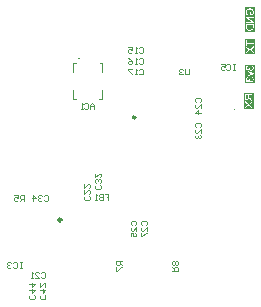
<source format=gbo>
G04*
G04 #@! TF.GenerationSoftware,Altium Limited,Altium Designer,22.10.1 (41)*
G04*
G04 Layer_Color=32896*
%FSLAX44Y44*%
%MOMM*%
G71*
G04*
G04 #@! TF.SameCoordinates,4435170C-8FAF-4430-8920-974BABAA59A2*
G04*
G04*
G04 #@! TF.FilePolarity,Positive*
G04*
G01*
G75*
%ADD10C,0.1000*%
%ADD12C,0.2500*%
G36*
X942699Y802575D02*
Y789425D01*
X934301D01*
Y802575D01*
X942699D01*
D02*
G37*
G36*
X941699Y743175D02*
X933301D01*
Y756825D01*
X941699D01*
Y743175D01*
D02*
G37*
G36*
X942810Y808542D02*
X934190D01*
Y829458D01*
X942810D01*
Y808542D01*
D02*
G37*
G36*
X942768Y780819D02*
Y765181D01*
X934232D01*
Y780819D01*
X942768D01*
D02*
G37*
%LPC*%
G36*
X941699Y801575D02*
Y799467D01*
X936059D01*
Y801575D01*
X941699D01*
X935301D01*
Y796508D01*
X936059D01*
Y798616D01*
X941699D01*
Y801575D01*
D02*
G37*
G36*
Y796287D02*
X938389Y793818D01*
X935301Y796000D01*
Y796287D01*
Y790425D01*
D01*
Y790601D01*
X938343Y792820D01*
X941699Y790425D01*
Y791470D01*
X939425Y793088D01*
X939415Y793097D01*
X939388Y793115D01*
X939351Y793134D01*
X939304Y793171D01*
X939175Y793254D01*
X939036Y793346D01*
X939045Y793356D01*
X939082Y793383D01*
X939138Y793420D01*
X939212Y793467D01*
X939360Y793568D01*
X939425Y793615D01*
X939480Y793652D01*
X941699Y795270D01*
Y796287D01*
D02*
G37*
%LPD*%
G36*
X936947Y793827D02*
X936956D01*
X936965Y793809D01*
X936993Y793790D01*
X937030Y793763D01*
X937122Y793707D01*
X937233Y793624D01*
X937363Y793541D01*
X937492Y793457D01*
X937612Y793383D01*
X937723Y793319D01*
X937705Y793310D01*
X937668Y793282D01*
X937594Y793236D01*
X937501Y793171D01*
X937400Y793097D01*
X937270Y793005D01*
X937141Y792912D01*
X937002Y792801D01*
X935301Y791525D01*
Y794992D01*
X936947Y793827D01*
D02*
G37*
%LPC*%
G36*
X940699Y755825D02*
X934301D01*
Y750203D01*
Y752857D01*
X934310Y752783D01*
Y752700D01*
X934320Y752506D01*
X934347Y752302D01*
X934375Y752080D01*
X934421Y751877D01*
X934449Y751775D01*
X934477Y751692D01*
Y751683D01*
X934486Y751674D01*
X934514Y751618D01*
X934551Y751535D01*
X934615Y751433D01*
X934698Y751322D01*
X934809Y751202D01*
X934939Y751091D01*
X935087Y750980D01*
X935096D01*
X935105Y750971D01*
X935161Y750934D01*
X935253Y750897D01*
X935374Y750841D01*
X935512Y750795D01*
X935679Y750749D01*
X935854Y750721D01*
X936048Y750712D01*
X936058D01*
X936076D01*
X936113D01*
X936159Y750721D01*
X936224D01*
X936289Y750730D01*
X936446Y750767D01*
X936631Y750823D01*
X936825Y750897D01*
X937019Y751008D01*
X937112Y751082D01*
X937204Y751156D01*
X937213Y751165D01*
X937223Y751174D01*
X937250Y751202D01*
X937278Y751239D01*
X937315Y751285D01*
X937352Y751341D01*
X937398Y751415D01*
X937454Y751489D01*
X937500Y751581D01*
X937546Y751683D01*
X937602Y751794D01*
X937648Y751914D01*
X937685Y752053D01*
X937731Y752191D01*
X937759Y752348D01*
X937787Y752515D01*
X937796Y752496D01*
X937814Y752459D01*
X937851Y752404D01*
X937888Y752330D01*
X937990Y752163D01*
X938055Y752080D01*
X938110Y752006D01*
X938129Y751988D01*
X938175Y751942D01*
X938249Y751868D01*
X938341Y751775D01*
X938471Y751674D01*
X938609Y751553D01*
X938776Y751433D01*
X938961Y751304D01*
X940699Y750203D01*
Y751257D01*
X939368Y752099D01*
X939358D01*
X939340Y752117D01*
X939312Y752136D01*
X939275Y752163D01*
X939173Y752228D01*
X939044Y752311D01*
X938905Y752413D01*
X938757Y752515D01*
X938619Y752617D01*
X938489Y752709D01*
X938480Y752718D01*
X938443Y752746D01*
X938388Y752792D01*
X938323Y752857D01*
X938184Y752996D01*
X938119Y753070D01*
X938064Y753143D01*
X938055Y753153D01*
X938045Y753171D01*
X938027Y753208D01*
X937999Y753264D01*
X937971Y753319D01*
X937944Y753384D01*
X937897Y753532D01*
Y753541D01*
X937888Y753560D01*
Y753597D01*
X937879Y753643D01*
X937870Y753708D01*
Y753782D01*
X937860Y753883D01*
Y754974D01*
X940699D01*
Y755825D01*
D02*
G37*
G36*
Y750037D02*
X934301D01*
Y744175D01*
D01*
Y744351D01*
X937343Y746570D01*
X940699Y744175D01*
Y745220D01*
X938425Y746838D01*
X938415Y746847D01*
X938388Y746866D01*
X938351Y746884D01*
X938304Y746921D01*
X938175Y747004D01*
X938036Y747097D01*
X938045Y747106D01*
X938082Y747134D01*
X938138Y747171D01*
X938212Y747217D01*
X938360Y747319D01*
X938425Y747365D01*
X938480Y747402D01*
X940699Y749020D01*
Y750037D01*
X937389Y747568D01*
X934301Y749750D01*
Y750037D01*
X940699D01*
D02*
G37*
%LPD*%
G36*
X937130Y753070D02*
X937121Y752959D01*
X937112Y752829D01*
X937102Y752681D01*
X937084Y752533D01*
X937056Y752385D01*
X937019Y752256D01*
X937010Y752237D01*
X936991Y752200D01*
X936964Y752145D01*
X936927Y752071D01*
X936871Y751988D01*
X936806Y751905D01*
X936723Y751821D01*
X936631Y751757D01*
X936622Y751747D01*
X936585Y751729D01*
X936529Y751701D01*
X936455Y751664D01*
X936372Y751637D01*
X936280Y751609D01*
X936169Y751590D01*
X936058Y751581D01*
X936048D01*
X936039D01*
X935984Y751590D01*
X935900Y751600D01*
X935789Y751618D01*
X935679Y751664D01*
X935549Y751720D01*
X935429Y751803D01*
X935309Y751914D01*
X935300Y751932D01*
X935263Y751979D01*
X935216Y752053D01*
X935161Y752173D01*
X935105Y752311D01*
X935059Y752496D01*
X935022Y752709D01*
X935013Y752959D01*
Y754974D01*
X937130D01*
Y753070D01*
D02*
G37*
G36*
X935947Y747578D02*
X935956D01*
X935965Y747559D01*
X935993Y747541D01*
X936030Y747513D01*
X936122Y747458D01*
X936233Y747374D01*
X936363Y747291D01*
X936492Y747208D01*
X936612Y747134D01*
X936723Y747069D01*
X936705Y747060D01*
X936668Y747032D01*
X936594Y746986D01*
X936501Y746921D01*
X936400Y746847D01*
X936270Y746755D01*
X936141Y746662D01*
X936002Y746551D01*
X934301Y745275D01*
Y748743D01*
X935947Y747578D01*
D02*
G37*
%LPC*%
G36*
X938537Y828458D02*
X935190D01*
Y822532D01*
Y825139D01*
X935199Y825084D01*
Y825010D01*
X935218Y824834D01*
X935246Y824640D01*
X935292Y824436D01*
X935347Y824214D01*
X935421Y824002D01*
Y823993D01*
X935430Y823974D01*
X935440Y823946D01*
X935458Y823909D01*
X935514Y823808D01*
X935578Y823678D01*
X935671Y823540D01*
X935782Y823392D01*
X935902Y823253D01*
X936050Y823123D01*
X936068Y823105D01*
X936124Y823068D01*
X936207Y823013D01*
X936327Y822939D01*
X936475Y822865D01*
X936660Y822781D01*
X936863Y822698D01*
X937095Y822634D01*
X937298Y823401D01*
X937289D01*
X937280Y823410D01*
X937252Y823419D01*
X937215Y823429D01*
X937132Y823456D01*
X937021Y823493D01*
X936891Y823549D01*
X936771Y823614D01*
X936642Y823678D01*
X936531Y823761D01*
X936521Y823771D01*
X936484Y823798D01*
X936438Y823854D01*
X936374Y823919D01*
X936300Y824002D01*
X936226Y824113D01*
X936152Y824233D01*
X936087Y824372D01*
X936078Y824390D01*
X936059Y824436D01*
X936031Y824520D01*
X935994Y824631D01*
X935967Y824760D01*
X935939Y824908D01*
X935920Y825074D01*
X935911Y825250D01*
Y825352D01*
X935920Y825398D01*
Y825453D01*
X935930Y825592D01*
X935957Y825749D01*
X935985Y825925D01*
X936031Y826091D01*
X936096Y826258D01*
X936105Y826276D01*
X936124Y826332D01*
X936170Y826406D01*
X936216Y826498D01*
X936290Y826609D01*
X936364Y826729D01*
X936457Y826840D01*
X936558Y826942D01*
X936568Y826951D01*
X936605Y826988D01*
X936669Y827034D01*
X936743Y827090D01*
X936836Y827155D01*
X936947Y827219D01*
X937067Y827284D01*
X937196Y827349D01*
X937206D01*
X937224Y827358D01*
X937252Y827367D01*
X937298Y827386D01*
X937354Y827404D01*
X937418Y827423D01*
X937492Y827450D01*
X937575Y827469D01*
X937770Y827515D01*
X937991Y827552D01*
X938223Y827580D01*
X938482Y827589D01*
X938491D01*
X938519D01*
X938565D01*
X938620Y827580D01*
X938694D01*
X938787Y827571D01*
X938879Y827561D01*
X938981Y827552D01*
X939212Y827515D01*
X939452Y827469D01*
X939693Y827395D01*
X939924Y827302D01*
X939933D01*
X939951Y827284D01*
X939979Y827275D01*
X940016Y827247D01*
X940118Y827182D01*
X940247Y827081D01*
X940386Y826960D01*
X940525Y826813D01*
X940654Y826637D01*
X940774Y826443D01*
Y826433D01*
X940784Y826415D01*
X940802Y826387D01*
X940821Y826341D01*
X940839Y826295D01*
X940858Y826230D01*
X940913Y826082D01*
X940959Y825897D01*
X941005Y825694D01*
X941042Y825472D01*
X941052Y825241D01*
Y825148D01*
X941042Y825093D01*
Y825037D01*
X941024Y824899D01*
X941005Y824732D01*
X940969Y824557D01*
X940913Y824362D01*
X940848Y824168D01*
Y824159D01*
X940839Y824140D01*
X940830Y824122D01*
X940811Y824085D01*
X940765Y823983D01*
X940710Y823872D01*
X940645Y823743D01*
X940571Y823604D01*
X940488Y823475D01*
X940395Y823364D01*
X939193D01*
Y825250D01*
X938435D01*
Y822532D01*
X940811D01*
X940821Y822541D01*
X940830Y822560D01*
X940858Y822597D01*
X940895Y822643D01*
X940932Y822698D01*
X940978Y822763D01*
X941033Y822846D01*
X941089Y822929D01*
X941209Y823123D01*
X941338Y823345D01*
X941459Y823577D01*
X941560Y823826D01*
Y823835D01*
X941570Y823854D01*
X941579Y823891D01*
X941597Y823937D01*
X941616Y824002D01*
X941644Y824076D01*
X941662Y824159D01*
X941681Y824242D01*
X941727Y824446D01*
X941773Y824677D01*
X941801Y824926D01*
X941810Y825185D01*
Y825278D01*
X941801Y825342D01*
Y825426D01*
X941791Y825527D01*
X941773Y825638D01*
X941764Y825759D01*
X941708Y826027D01*
X941644Y826313D01*
X941542Y826609D01*
X941486Y826757D01*
X941412Y826905D01*
X941403Y826914D01*
X941394Y826942D01*
X941366Y826979D01*
X941338Y827034D01*
X941292Y827099D01*
X941246Y827164D01*
X941116Y827339D01*
X940950Y827524D01*
X940747Y827719D01*
X940516Y827904D01*
X940247Y828070D01*
X940238D01*
X940210Y828088D01*
X940173Y828107D01*
X940109Y828135D01*
X940044Y828162D01*
X939951Y828190D01*
X939859Y828227D01*
X939748Y828264D01*
X939628Y828301D01*
X939489Y828338D01*
X939351Y828366D01*
X939203Y828393D01*
X938879Y828440D01*
X938537Y828458D01*
D02*
G37*
G36*
X941699Y821293D02*
X935301D01*
Y816254D01*
X941699D01*
Y817132D01*
X936679Y820479D01*
X941699D01*
Y821293D01*
D02*
G37*
G36*
Y814830D02*
X935301D01*
Y809542D01*
D01*
Y812371D01*
X935310Y812204D01*
X935320Y812020D01*
X935338Y811835D01*
X935366Y811650D01*
X935394Y811492D01*
Y811483D01*
X935403Y811465D01*
Y811437D01*
X935421Y811400D01*
X935449Y811298D01*
X935495Y811169D01*
X935560Y811021D01*
X935643Y810864D01*
X935735Y810707D01*
X935856Y810559D01*
X935865Y810549D01*
X935874Y810540D01*
X935902Y810512D01*
X935930Y810475D01*
X936022Y810383D01*
X936152Y810272D01*
X936309Y810152D01*
X936494Y810023D01*
X936706Y809902D01*
X936947Y809801D01*
X936956D01*
X936974Y809791D01*
X937011Y809773D01*
X937067Y809764D01*
X937132Y809736D01*
X937206Y809717D01*
X937289Y809699D01*
X937391Y809671D01*
X937492Y809643D01*
X937612Y809625D01*
X937871Y809579D01*
X938158Y809551D01*
X938472Y809542D01*
X938592D01*
X938657Y809551D01*
X938731D01*
X938907Y809560D01*
X939110Y809588D01*
X939323Y809616D01*
X939545Y809662D01*
X939767Y809717D01*
X939776D01*
X939794Y809727D01*
X939822Y809736D01*
X939859Y809745D01*
X939961Y809782D01*
X940090Y809838D01*
X940238Y809893D01*
X940386Y809967D01*
X940543Y810060D01*
X940691Y810152D01*
X940710Y810161D01*
X940756Y810198D01*
X940821Y810254D01*
X940904Y810328D01*
X940996Y810411D01*
X941089Y810512D01*
X941190Y810614D01*
X941274Y810734D01*
X941283Y810753D01*
X941311Y810790D01*
X941348Y810855D01*
X941394Y810947D01*
X941449Y811058D01*
X941496Y811187D01*
X941551Y811335D01*
X941597Y811502D01*
Y811520D01*
X941607Y811548D01*
X941616Y811576D01*
X941625Y811668D01*
X941644Y811798D01*
X941662Y811946D01*
X941681Y812121D01*
X941690Y812315D01*
X941699Y812528D01*
Y814830D01*
D02*
G37*
%LPD*%
G36*
X938380Y828449D02*
X938297D01*
X938195Y828440D01*
X938093Y828421D01*
X937973Y828412D01*
X937843Y828384D01*
X937705Y828366D01*
X937409Y828292D01*
X937104Y828199D01*
X936799Y828070D01*
X936789Y828061D01*
X936762Y828051D01*
X936725Y828033D01*
X936669Y827996D01*
X936595Y827959D01*
X936521Y827913D01*
X936346Y827783D01*
X936142Y827626D01*
X935948Y827432D01*
X935754Y827210D01*
X935671Y827081D01*
X935588Y826951D01*
X935578Y826942D01*
X935569Y826914D01*
X935551Y826877D01*
X935523Y826822D01*
X935495Y826748D01*
X935458Y826665D01*
X935421Y826572D01*
X935384Y826461D01*
X935347Y826341D01*
X935320Y826211D01*
X935283Y826073D01*
X935255Y825925D01*
X935209Y825601D01*
X935190Y825435D01*
Y828458D01*
X938445D01*
X938380Y828449D01*
D02*
G37*
G36*
X940331Y817068D02*
X935301D01*
Y820424D01*
X940331Y817068D01*
D02*
G37*
G36*
X940941Y812463D02*
X940932Y812399D01*
X940922Y812260D01*
X940913Y812103D01*
X940895Y811936D01*
X940867Y811770D01*
X940830Y811631D01*
X940821Y811613D01*
X940811Y811566D01*
X940784Y811502D01*
X940747Y811419D01*
X940691Y811326D01*
X940636Y811234D01*
X940571Y811141D01*
X940497Y811049D01*
X940479Y811040D01*
X940442Y811003D01*
X940377Y810947D01*
X940284Y810882D01*
X940164Y810808D01*
X940025Y810725D01*
X939868Y810651D01*
X939693Y810586D01*
X939683D01*
X939665Y810577D01*
X939637Y810568D01*
X939600Y810559D01*
X939554Y810549D01*
X939489Y810531D01*
X939425Y810512D01*
X939351Y810494D01*
X939166Y810466D01*
X938953Y810439D01*
X938713Y810420D01*
X938454Y810411D01*
X938445D01*
X938408D01*
X938361D01*
X938287Y810420D01*
X938204D01*
X938112Y810429D01*
X938001Y810439D01*
X937890Y810448D01*
X937640Y810494D01*
X937381Y810549D01*
X937141Y810633D01*
X937021Y810688D01*
X936919Y810744D01*
X936910D01*
X936891Y810762D01*
X936863Y810781D01*
X936826Y810799D01*
X936734Y810873D01*
X936623Y810965D01*
X936503Y811086D01*
X936383Y811224D01*
X936281Y811382D01*
X936198Y811548D01*
X936189Y811566D01*
X936179Y811613D01*
X936152Y811696D01*
X936124Y811816D01*
X936105Y811964D01*
X936078Y812149D01*
X936068Y812260D01*
Y812380D01*
X936059Y812500D01*
Y813980D01*
X940941D01*
Y812463D01*
D02*
G37*
%LPC*%
G36*
X939965Y779819D02*
D01*
X939864Y779033D01*
X939873D01*
X939891Y779024D01*
X939928Y779014D01*
X939975Y779005D01*
X940030Y778996D01*
X940095Y778977D01*
X940234Y778931D01*
X940400Y778866D01*
X940557Y778783D01*
X940705Y778691D01*
X940835Y778580D01*
X940844Y778561D01*
X940881Y778524D01*
X940927Y778450D01*
X940973Y778358D01*
X941029Y778247D01*
X941075Y778108D01*
X941112Y777951D01*
X941121Y777785D01*
Y777729D01*
X941112Y777692D01*
X941103Y777590D01*
X941075Y777461D01*
X941029Y777313D01*
X940964Y777156D01*
X940871Y776999D01*
X940742Y776851D01*
X940723Y776832D01*
X940668Y776786D01*
X940585Y776731D01*
X940474Y776657D01*
X940335Y776583D01*
X940178Y776527D01*
X939993Y776481D01*
X939790Y776462D01*
X939781D01*
X939762D01*
X939734D01*
X939697Y776472D01*
X939596Y776481D01*
X939475Y776509D01*
X939327Y776546D01*
X939180Y776610D01*
X939032Y776703D01*
X938893Y776823D01*
X938874Y776842D01*
X938837Y776888D01*
X938782Y776962D01*
X938717Y777064D01*
X938652Y777193D01*
X938597Y777350D01*
X938560Y777526D01*
X938542Y777720D01*
Y777803D01*
X938551Y777868D01*
X938560Y777951D01*
X938578Y778044D01*
X938597Y778155D01*
X938625Y778275D01*
X937931Y778182D01*
Y778136D01*
X937941Y778099D01*
Y777979D01*
X937922Y777877D01*
X937904Y777757D01*
X937876Y777618D01*
X937830Y777461D01*
X937765Y777313D01*
X937682Y777156D01*
Y777147D01*
X937673Y777137D01*
X937635Y777091D01*
X937571Y777027D01*
X937488Y776953D01*
X937367Y776879D01*
X937229Y776814D01*
X937072Y776768D01*
X936979Y776749D01*
X936877D01*
X936868D01*
X936859D01*
X936803D01*
X936729Y776768D01*
X936628Y776786D01*
X936517Y776823D01*
X936397Y776869D01*
X936276Y776943D01*
X936165Y777045D01*
X936156Y777054D01*
X936119Y777101D01*
X936073Y777165D01*
X936018Y777248D01*
X935971Y777359D01*
X935925Y777489D01*
X935888Y777637D01*
X935879Y777803D01*
Y777877D01*
X935897Y777960D01*
X935916Y778071D01*
X935953Y778191D01*
X935999Y778312D01*
X936073Y778441D01*
X936165Y778561D01*
X936175Y778570D01*
X936221Y778607D01*
X936286Y778663D01*
X936378Y778728D01*
X936498Y778792D01*
X936646Y778857D01*
X936822Y778913D01*
X937025Y778950D01*
X936887Y779735D01*
X936877D01*
X936850Y779726D01*
X936813Y779717D01*
X936757Y779708D01*
X936692Y779689D01*
X936618Y779661D01*
X936443Y779606D01*
X936239Y779514D01*
X936036Y779403D01*
X935842Y779264D01*
X935666Y779088D01*
X935657Y779079D01*
X935648Y779061D01*
X935629Y779033D01*
X935602Y778996D01*
X935564Y778950D01*
X935527Y778885D01*
X935490Y778820D01*
X935444Y778737D01*
X935370Y778552D01*
X935296Y778339D01*
X935250Y778090D01*
X935232Y777960D01*
Y779819D01*
X939965D01*
X935232D01*
Y775630D01*
Y777729D01*
X935241Y777627D01*
X935259Y777507D01*
X935287Y777359D01*
X935333Y777193D01*
X935389Y777027D01*
X935463Y776860D01*
Y776851D01*
X935472Y776842D01*
X935500Y776786D01*
X935555Y776703D01*
X935620Y776610D01*
X935712Y776499D01*
X935814Y776388D01*
X935934Y776278D01*
X936073Y776185D01*
X936092Y776176D01*
X936138Y776148D01*
X936221Y776111D01*
X936323Y776065D01*
X936443Y776019D01*
X936581Y775982D01*
X936739Y775954D01*
X936896Y775945D01*
X936914D01*
X936970D01*
X937044Y775954D01*
X937145Y775973D01*
X937266Y776000D01*
X937395Y776047D01*
X937524Y776102D01*
X937654Y776176D01*
X937673Y776185D01*
X937710Y776213D01*
X937774Y776268D01*
X937848Y776342D01*
X937931Y776435D01*
X938024Y776546D01*
X938107Y776675D01*
X938190Y776832D01*
Y776823D01*
X938199Y776805D01*
X938209Y776777D01*
X938218Y776740D01*
X938255Y776638D01*
X938310Y776509D01*
X938384Y776361D01*
X938477Y776213D01*
X938597Y776074D01*
X938736Y775945D01*
X938754Y775936D01*
X938810Y775899D01*
X938902Y775843D01*
X939022Y775788D01*
X939170Y775732D01*
X939346Y775677D01*
X939549Y775640D01*
X939771Y775630D01*
X939854D01*
X939910Y775640D01*
X939984Y775649D01*
X940067Y775667D01*
X940160Y775686D01*
X940261Y775704D01*
X940483Y775778D01*
X940603Y775834D01*
X940714Y775889D01*
X940835Y775963D01*
X940955Y776047D01*
X941075Y776139D01*
X941186Y776250D01*
X941195Y776259D01*
X941214Y776278D01*
X941241Y776315D01*
X941278Y776361D01*
X941324Y776416D01*
X941371Y776490D01*
X941426Y776573D01*
X941472Y776675D01*
X941528Y776777D01*
X941583Y776897D01*
X941630Y777017D01*
X941676Y777156D01*
X941713Y777304D01*
X941740Y777461D01*
X941759Y777618D01*
X941768Y777794D01*
Y777877D01*
X941759Y777933D01*
X941750Y778007D01*
X941740Y778090D01*
X941722Y778182D01*
X941704Y778284D01*
X941648Y778506D01*
X941556Y778737D01*
X941500Y778857D01*
X941435Y778968D01*
X941352Y779079D01*
X941269Y779190D01*
X941260Y779199D01*
X941241Y779218D01*
X941214Y779245D01*
X941177Y779273D01*
X941130Y779319D01*
X941066Y779366D01*
X941001Y779421D01*
X940918Y779477D01*
X940825Y779532D01*
X940733Y779587D01*
X940511Y779689D01*
X940252Y779772D01*
X940113Y779800D01*
X939965Y779819D01*
D02*
G37*
G36*
X941657Y775122D02*
X937016D01*
Y770860D01*
D01*
X941657Y772626D01*
Y773374D01*
X937016Y775122D01*
X941657D01*
D02*
G37*
G36*
X939965Y770370D02*
D01*
X939864Y769584D01*
X939873D01*
X939891Y769575D01*
X939928Y769565D01*
X939975Y769556D01*
X940030Y769547D01*
X940095Y769528D01*
X940234Y769482D01*
X940400Y769417D01*
X940557Y769334D01*
X940705Y769242D01*
X940835Y769131D01*
X940844Y769112D01*
X940881Y769075D01*
X940927Y769001D01*
X940973Y768909D01*
X941029Y768798D01*
X941075Y768659D01*
X941112Y768502D01*
X941121Y768336D01*
Y768280D01*
X941112Y768243D01*
X941103Y768141D01*
X941075Y768012D01*
X941029Y767864D01*
X940964Y767707D01*
X940871Y767550D01*
X940742Y767402D01*
X940723Y767383D01*
X940668Y767337D01*
X940585Y767282D01*
X940474Y767208D01*
X940335Y767134D01*
X940178Y767078D01*
X939993Y767032D01*
X939790Y767013D01*
X939781D01*
X939762D01*
X939734D01*
X939697Y767023D01*
X939596Y767032D01*
X939475Y767060D01*
X939327Y767097D01*
X939180Y767161D01*
X939032Y767254D01*
X938893Y767374D01*
X938874Y767393D01*
X938837Y767439D01*
X938782Y767513D01*
X938717Y767615D01*
X938652Y767744D01*
X938597Y767901D01*
X938560Y768077D01*
X938542Y768271D01*
Y768354D01*
X938551Y768419D01*
X938560Y768502D01*
X938578Y768595D01*
X938597Y768705D01*
X938625Y768826D01*
X937931Y768733D01*
Y768687D01*
X937941Y768650D01*
Y768530D01*
X937922Y768428D01*
X937904Y768308D01*
X937876Y768169D01*
X937830Y768012D01*
X937765Y767864D01*
X937682Y767707D01*
Y767698D01*
X937673Y767688D01*
X937635Y767642D01*
X937571Y767578D01*
X937488Y767504D01*
X937367Y767430D01*
X937229Y767365D01*
X937072Y767319D01*
X936979Y767300D01*
X936877D01*
X936868D01*
X936859D01*
X936803D01*
X936729Y767319D01*
X936628Y767337D01*
X936517Y767374D01*
X936397Y767420D01*
X936276Y767494D01*
X936165Y767596D01*
X936156Y767605D01*
X936119Y767651D01*
X936073Y767716D01*
X936018Y767799D01*
X935971Y767910D01*
X935925Y768040D01*
X935888Y768188D01*
X935879Y768354D01*
Y768428D01*
X935897Y768511D01*
X935916Y768622D01*
X935953Y768742D01*
X935999Y768863D01*
X936073Y768992D01*
X936165Y769112D01*
X936175Y769121D01*
X936221Y769158D01*
X936286Y769214D01*
X936378Y769279D01*
X936498Y769343D01*
X936646Y769408D01*
X936822Y769464D01*
X937025Y769501D01*
X936887Y770286D01*
X936877D01*
X936850Y770277D01*
X936813Y770268D01*
X936757Y770259D01*
X936692Y770240D01*
X936618Y770212D01*
X936443Y770157D01*
X936239Y770065D01*
X936036Y769954D01*
X935842Y769815D01*
X935666Y769639D01*
X935657Y769630D01*
X935648Y769612D01*
X935629Y769584D01*
X935602Y769547D01*
X935564Y769501D01*
X935527Y769436D01*
X935490Y769371D01*
X935444Y769288D01*
X935370Y769103D01*
X935296Y768890D01*
X935250Y768641D01*
X935232Y768511D01*
Y768530D01*
Y766181D01*
Y768280D01*
X935241Y768178D01*
X935259Y768058D01*
X935287Y767910D01*
X935333Y767744D01*
X935389Y767578D01*
X935463Y767411D01*
Y767402D01*
X935472Y767393D01*
X935500Y767337D01*
X935555Y767254D01*
X935620Y767161D01*
X935712Y767050D01*
X935814Y766939D01*
X935934Y766829D01*
X936073Y766736D01*
X936092Y766727D01*
X936138Y766699D01*
X936221Y766662D01*
X936323Y766616D01*
X936443Y766570D01*
X936581Y766533D01*
X936739Y766505D01*
X936896Y766496D01*
X936914D01*
X936970D01*
X937044Y766505D01*
X937145Y766524D01*
X937266Y766551D01*
X937395Y766598D01*
X937524Y766653D01*
X937654Y766727D01*
X937673Y766736D01*
X937710Y766764D01*
X937774Y766819D01*
X937848Y766893D01*
X937931Y766986D01*
X938024Y767097D01*
X938107Y767226D01*
X938190Y767383D01*
Y767374D01*
X938199Y767356D01*
X938209Y767328D01*
X938218Y767291D01*
X938255Y767189D01*
X938310Y767060D01*
X938384Y766912D01*
X938477Y766764D01*
X938597Y766625D01*
X938736Y766496D01*
X938754Y766487D01*
X938810Y766450D01*
X938902Y766394D01*
X939022Y766339D01*
X939170Y766283D01*
X939346Y766228D01*
X939549Y766191D01*
X939771Y766181D01*
X939854D01*
X939910Y766191D01*
X939984Y766200D01*
X940067Y766218D01*
X940160Y766237D01*
X940261Y766255D01*
X940483Y766329D01*
X940603Y766385D01*
X940714Y766440D01*
X940835Y766514D01*
X940955Y766598D01*
X941075Y766690D01*
X941186Y766801D01*
X941195Y766810D01*
X941214Y766829D01*
X941241Y766866D01*
X941278Y766912D01*
X941324Y766967D01*
X941371Y767041D01*
X941426Y767124D01*
X941472Y767226D01*
X941528Y767328D01*
X941583Y767448D01*
X941630Y767568D01*
X941676Y767707D01*
X941713Y767855D01*
X941740Y768012D01*
X941759Y768169D01*
X941768Y768345D01*
Y768040D01*
Y768345D01*
Y768428D01*
X941759Y768484D01*
X941750Y768558D01*
X941740Y768641D01*
X941722Y768733D01*
X941704Y768835D01*
X941648Y769057D01*
X941556Y769288D01*
X941500Y769408D01*
X941435Y769519D01*
X941352Y769630D01*
X941269Y769741D01*
X941260Y769750D01*
X941241Y769769D01*
X941214Y769796D01*
X941177Y769824D01*
X941130Y769870D01*
X941066Y769917D01*
X941001Y769972D01*
X940918Y770028D01*
X940825Y770083D01*
X940733Y770138D01*
X940511Y770240D01*
X940252Y770323D01*
X940113Y770351D01*
X939965Y770370D01*
D02*
G37*
%LPD*%
G36*
X939799Y773291D02*
X939808D01*
X939817Y773282D01*
X939845Y773273D01*
X939873Y773263D01*
X939965Y773236D01*
X940086Y773199D01*
X940224Y773153D01*
X940381Y773097D01*
X940557Y773051D01*
X940733Y772995D01*
X940714Y772986D01*
X940668Y772977D01*
X940594Y772949D01*
X940483Y772921D01*
X940363Y772875D01*
X940206Y772829D01*
X940039Y772764D01*
X939854Y772700D01*
X937016Y771673D01*
Y774290D01*
X939799Y773291D01*
D02*
G37*
D10*
X793000Y786000D02*
G03*
X794000Y786000I500J0D01*
G01*
D02*
G03*
X793000Y786000I-500J0D01*
G01*
X925000Y743000D02*
G03*
X926000Y743000I500J0D01*
G01*
D02*
G03*
X925000Y743000I-500J0D01*
G01*
X811000Y752000D02*
X813500D01*
Y759000D01*
Y775000D02*
Y782000D01*
X812000D02*
X813500D01*
X788500Y752000D02*
X791000D01*
X788500D02*
Y759000D01*
Y775000D02*
Y782000D01*
X791000D01*
X926248Y781499D02*
X924582D01*
X925415D01*
Y776501D01*
X926248D01*
X924582D01*
X918750Y780666D02*
X919584Y781499D01*
X921250D01*
X922083Y780666D01*
Y777334D01*
X921250Y776501D01*
X919584D01*
X918750Y777334D01*
X913752Y781499D02*
X917084D01*
Y779000D01*
X915418Y779833D01*
X914585D01*
X913752Y779000D01*
Y777334D01*
X914585Y776501D01*
X916251D01*
X917084Y777334D01*
X886665Y777499D02*
Y773334D01*
X885832Y772501D01*
X884166D01*
X883333Y773334D01*
Y777499D01*
X881667Y776666D02*
X880834Y777499D01*
X879168D01*
X878335Y776666D01*
Y775833D01*
X879168Y775000D01*
X880001D01*
X879168D01*
X878335Y774167D01*
Y773334D01*
X879168Y772501D01*
X880834D01*
X881667Y773334D01*
X872501Y605835D02*
X877499D01*
Y608334D01*
X876666Y609167D01*
X875000D01*
X874167Y608334D01*
Y605835D01*
Y607501D02*
X872501Y609167D01*
X876666Y610833D02*
X877499Y611666D01*
Y613332D01*
X876666Y614165D01*
X875833D01*
X875000Y613332D01*
X874167Y614165D01*
X873334D01*
X872501Y613332D01*
Y611666D01*
X873334Y610833D01*
X874167D01*
X875000Y611666D01*
X875833Y610833D01*
X876666D01*
X875000Y611666D02*
Y613332D01*
X829999Y614165D02*
X825001D01*
Y611666D01*
X825834Y610833D01*
X827500D01*
X828333Y611666D01*
Y614165D01*
Y612499D02*
X829999Y610833D01*
X825001Y609167D02*
Y605835D01*
X825834D01*
X829166Y609167D01*
X829999D01*
X747165Y665501D02*
Y670499D01*
X744666D01*
X743833Y669666D01*
Y668000D01*
X744666Y667167D01*
X747165D01*
X745499D02*
X743833Y665501D01*
X738835Y670499D02*
X742167D01*
Y668000D01*
X740501Y668833D01*
X739668D01*
X738835Y668000D01*
Y666334D01*
X739668Y665501D01*
X741334D01*
X742167Y666334D01*
X745248Y613499D02*
X743582D01*
X744415D01*
Y608501D01*
X745248D01*
X743582D01*
X737750Y612666D02*
X738584Y613499D01*
X740250D01*
X741083Y612666D01*
Y609334D01*
X740250Y608501D01*
X738584D01*
X737750Y609334D01*
X736084Y612666D02*
X735251Y613499D01*
X733585D01*
X732752Y612666D01*
Y611833D01*
X733585Y611000D01*
X734418D01*
X733585D01*
X732752Y610167D01*
Y609334D01*
X733585Y608501D01*
X735251D01*
X736084Y609334D01*
X815499Y671499D02*
X818831D01*
Y669000D01*
X817165D01*
X818831D01*
Y666501D01*
X813833Y671499D02*
Y666501D01*
X811334D01*
X810501Y667334D01*
Y668167D01*
X811334Y669000D01*
X813833D01*
X811334D01*
X810501Y669833D01*
Y670666D01*
X811334Y671499D01*
X813833D01*
X808835Y666501D02*
X807169D01*
X808002D01*
Y671499D01*
X808835Y670666D01*
X755666Y585668D02*
X756499Y584835D01*
Y583169D01*
X755666Y582336D01*
X752334D01*
X751501Y583169D01*
Y584835D01*
X752334Y585668D01*
X751501Y589833D02*
X756499D01*
X754000Y587334D01*
Y590666D01*
X751501Y594831D02*
X756499D01*
X754000Y592332D01*
Y595664D01*
X764666Y585668D02*
X765499Y584835D01*
Y583169D01*
X764666Y582336D01*
X761334D01*
X760501Y583169D01*
Y584835D01*
X761334Y585668D01*
X760501Y589833D02*
X765499D01*
X763000Y587334D01*
Y590666D01*
X760501Y595664D02*
Y592332D01*
X763833Y595664D01*
X764666D01*
X765499Y594831D01*
Y593165D01*
X764666Y592332D01*
X764332Y669666D02*
X765165Y670499D01*
X766831D01*
X767664Y669666D01*
Y666334D01*
X766831Y665501D01*
X765165D01*
X764332Y666334D01*
X762666Y669666D02*
X761833Y670499D01*
X760167D01*
X759334Y669666D01*
Y668833D01*
X760167Y668000D01*
X761000D01*
X760167D01*
X759334Y667167D01*
Y666334D01*
X760167Y665501D01*
X761833D01*
X762666Y666334D01*
X755169Y665501D02*
Y670499D01*
X757668Y668000D01*
X754335D01*
X811666Y678668D02*
X812499Y677835D01*
Y676169D01*
X811666Y675335D01*
X808334D01*
X807501Y676169D01*
Y677835D01*
X808334Y678668D01*
X811666Y680334D02*
X812499Y681167D01*
Y682833D01*
X811666Y683666D01*
X810833D01*
X810000Y682833D01*
Y682000D01*
Y682833D01*
X809167Y683666D01*
X808334D01*
X807501Y682833D01*
Y681167D01*
X808334Y680334D01*
X807501Y688664D02*
Y685332D01*
X810833Y688664D01*
X811666D01*
X812499Y687831D01*
Y686165D01*
X811666Y685332D01*
X847334Y645332D02*
X846501Y646165D01*
Y647831D01*
X847334Y648664D01*
X850666D01*
X851499Y647831D01*
Y646165D01*
X850666Y645332D01*
X851499Y640334D02*
Y643666D01*
X848167Y640334D01*
X847334D01*
X846501Y641167D01*
Y642833D01*
X847334Y643666D01*
X846501Y638668D02*
Y635336D01*
X847334D01*
X850666Y638668D01*
X851499D01*
X838334Y645332D02*
X837501Y646165D01*
Y647831D01*
X838334Y648664D01*
X841666D01*
X842499Y647831D01*
Y646165D01*
X841666Y645332D01*
X842499Y640334D02*
Y643666D01*
X839167Y640334D01*
X838334D01*
X837501Y641167D01*
Y642833D01*
X838334Y643666D01*
X837501Y635336D02*
Y638668D01*
X840000D01*
X839167Y637002D01*
Y636169D01*
X840000Y635336D01*
X841666D01*
X842499Y636169D01*
Y637835D01*
X841666Y638668D01*
X893334Y749332D02*
X892501Y750165D01*
Y751831D01*
X893334Y752664D01*
X896666D01*
X897499Y751831D01*
Y750165D01*
X896666Y749332D01*
X897499Y744334D02*
Y747666D01*
X894167Y744334D01*
X893334D01*
X892501Y745167D01*
Y746833D01*
X893334Y747666D01*
X897499Y740169D02*
X892501D01*
X895000Y742668D01*
Y739335D01*
X893334Y728332D02*
X892501Y729165D01*
Y730831D01*
X893334Y731664D01*
X896666D01*
X897499Y730831D01*
Y729165D01*
X896666Y728332D01*
X897499Y723334D02*
Y726666D01*
X894167Y723334D01*
X893334D01*
X892501Y724167D01*
Y725833D01*
X893334Y726666D01*
Y721668D02*
X892501Y720835D01*
Y719168D01*
X893334Y718335D01*
X894167D01*
X895000Y719168D01*
Y720002D01*
Y719168D01*
X895833Y718335D01*
X896666D01*
X897499Y719168D01*
Y720835D01*
X896666Y721668D01*
X802666Y669668D02*
X803499Y668835D01*
Y667169D01*
X802666Y666336D01*
X799334D01*
X798501Y667169D01*
Y668835D01*
X799334Y669668D01*
X798501Y674666D02*
Y671334D01*
X801833Y674666D01*
X802666D01*
X803499Y673833D01*
Y672167D01*
X802666Y671334D01*
X798501Y679665D02*
Y676332D01*
X801833Y679665D01*
X802666D01*
X803499Y678831D01*
Y677165D01*
X802666Y676332D01*
X761499Y604666D02*
X762332Y605499D01*
X763998D01*
X764831Y604666D01*
Y601334D01*
X763998Y600501D01*
X762332D01*
X761499Y601334D01*
X756501Y600501D02*
X759833D01*
X756501Y603833D01*
Y604666D01*
X757334Y605499D01*
X759000D01*
X759833Y604666D01*
X754835Y600501D02*
X753169D01*
X754002D01*
Y605499D01*
X754835Y604666D01*
X844916Y776666D02*
X845749Y777499D01*
X847415D01*
X848248Y776666D01*
Y773334D01*
X847415Y772501D01*
X845749D01*
X844916Y773334D01*
X843250Y772501D02*
X841583D01*
X842417D01*
Y777499D01*
X843250Y776666D01*
X839084Y777499D02*
X835752D01*
Y776666D01*
X839084Y773334D01*
Y772501D01*
X844916Y785666D02*
X845749Y786499D01*
X847415D01*
X848248Y785666D01*
Y782334D01*
X847415Y781501D01*
X845749D01*
X844916Y782334D01*
X843250Y781501D02*
X841583D01*
X842417D01*
Y786499D01*
X843250Y785666D01*
X835752Y786499D02*
X837418Y785666D01*
X839084Y784000D01*
Y782334D01*
X838251Y781501D01*
X836585D01*
X835752Y782334D01*
Y783167D01*
X836585Y784000D01*
X839084D01*
X844916Y794666D02*
X845749Y795499D01*
X847415D01*
X848248Y794666D01*
Y791334D01*
X847415Y790501D01*
X845749D01*
X844916Y791334D01*
X843250Y790501D02*
X841583D01*
X842417D01*
Y795499D01*
X843250Y794666D01*
X835752Y795499D02*
X839084D01*
Y793000D01*
X837418Y793833D01*
X836585D01*
X835752Y793000D01*
Y791334D01*
X836585Y790501D01*
X838251D01*
X839084Y791334D01*
X806831Y743501D02*
Y746833D01*
X805165Y748499D01*
X803499Y746833D01*
Y743501D01*
Y746000D01*
X806831D01*
X798501Y747666D02*
X799334Y748499D01*
X801000D01*
X801833Y747666D01*
Y744334D01*
X801000Y743501D01*
X799334D01*
X798501Y744334D01*
X796835Y743501D02*
X795169D01*
X796002D01*
Y748499D01*
X796835Y747666D01*
D12*
X841516Y736356D02*
G03*
X841516Y736356I-1013J0D01*
G01*
X779000Y649500D02*
G03*
X779000Y649500I-1250J0D01*
G01*
M02*

</source>
